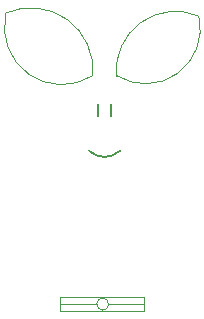
<source format=gbr>
%TF.GenerationSoftware,KiCad,Pcbnew,5.1.10-88a1d61d58~88~ubuntu20.04.1*%
%TF.CreationDate,2021-09-11T09:55:26-04:00*%
%TF.ProjectId,SAO-Alien,53414f2d-416c-4696-956e-2e6b69636164,rev?*%
%TF.SameCoordinates,Original*%
%TF.FileFunction,Legend,Top*%
%TF.FilePolarity,Positive*%
%FSLAX46Y46*%
G04 Gerber Fmt 4.6, Leading zero omitted, Abs format (unit mm)*
G04 Created by KiCad (PCBNEW 5.1.10-88a1d61d58~88~ubuntu20.04.1) date 2021-09-11 09:55:26*
%MOMM*%
%LPD*%
G01*
G04 APERTURE LIST*
%ADD10C,0.120000*%
%ADD11C,0.150000*%
G04 APERTURE END LIST*
D10*
X132430520Y-96509840D02*
X135392160Y-96520000D01*
X128285240Y-96489520D02*
X131384040Y-96499680D01*
X132392818Y-96494600D02*
G75*
G03*
X132392818Y-96494600I-510938J0D01*
G01*
X128310640Y-97053400D02*
X128310640Y-95895160D01*
X135407400Y-97053400D02*
X128310640Y-97053400D01*
X135407400Y-95905320D02*
X135407400Y-97053400D01*
X128320800Y-95900240D02*
X135407400Y-95905320D01*
D11*
X133359653Y-83506080D02*
G75*
G02*
X130728720Y-83515200I-1320293J1387880D01*
G01*
X132593080Y-79527400D02*
X132588000Y-80578960D01*
X131460240Y-79542640D02*
X131455160Y-80594200D01*
D10*
X140030049Y-72115716D02*
G75*
G02*
X133024880Y-77129640I-4526129J-1076924D01*
G01*
X131013131Y-77169818D02*
G75*
G02*
X123687840Y-71973440I-2590731J4109258D01*
G01*
X133056630Y-77184441D02*
G75*
G02*
X140040360Y-72125840I4983488J470017D01*
G01*
X123666268Y-71859353D02*
G75*
G02*
X131033520Y-77180440I2139933J-4797846D01*
G01*
M02*

</source>
